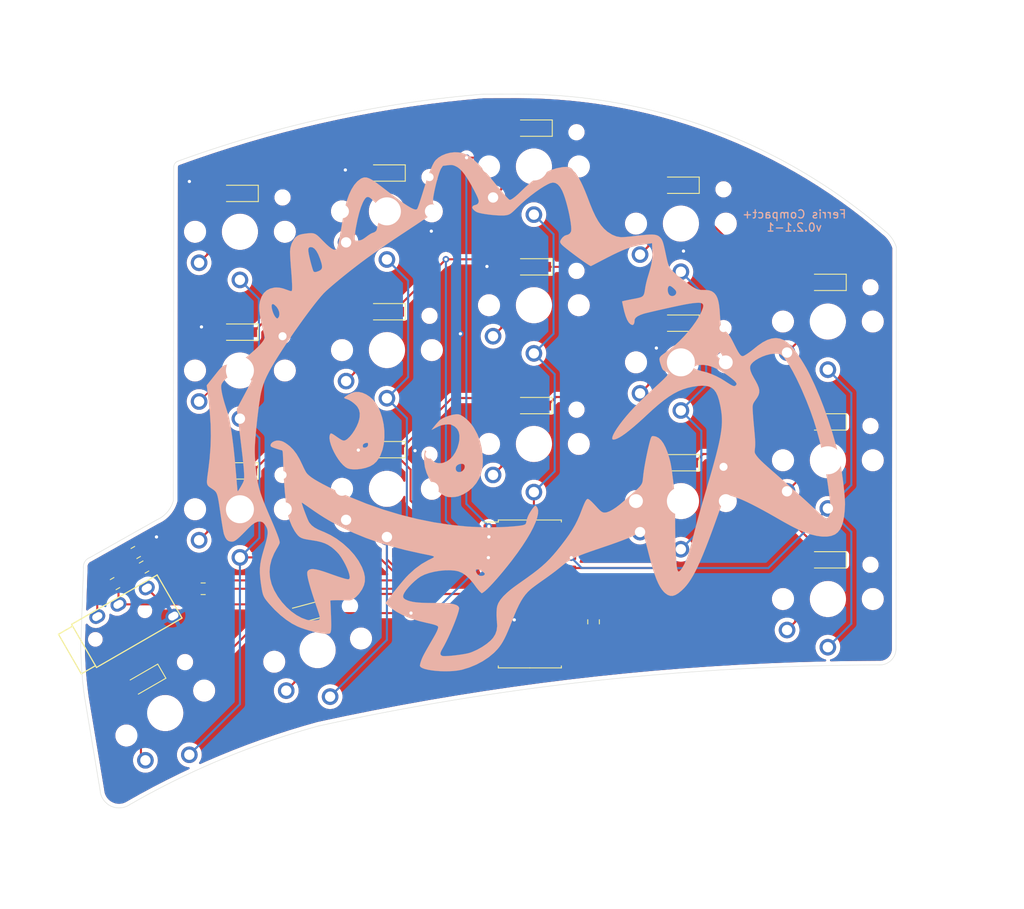
<source format=kicad_pcb>
(kicad_pcb (version 20211014) (generator pcbnew)
  (layers (0 "F.Cu" signal) (31 "B.Cu" signal) (34 "B.Paste" user) (35 "F.Paste" user) (36 "B.SilkS" user "B.Silkscreen") (37 "F.SilkS" user "F.Silkscreen") (38 "B.Mask" user) (39 "F.Mask" user) (44 "Edge.Cuts" user))
  (net 0 "")
  (net 1 "/col8")
  (net 2 "/col5")
  (net 3 "/col6")
  (net 4 "/col7")
  (net 5 "/col9")
  (net 6 "/row1,0")
  (net 7 "/row1,1")
  (net 8 "/row1,3")
  (net 9 "/row1,2")
  (net 10 "Net-(D0_5-Pad2)")
  (net 11 "Net-(D0_6-Pad2)")
  (net 12 "Net-(D0_7-Pad2)")
  (net 13 "Net-(D0_8-Pad2)")
  (net 14 "Net-(D0_9-Pad2)")
  (net 15 "Net-(D1_5-Pad2)")
  (net 16 "Net-(D1_6-Pad2)")
  (net 17 "Net-(D1_7-Pad2)")
  (net 18 "Net-(D1_8-Pad2)")
  (net 19 "Net-(D1_9-Pad2)")
  (net 20 "Net-(D2_5-Pad2)")
  (net 21 "Net-(D2_6-Pad2)")
  (net 22 "Net-(D2_7-Pad2)")
  (net 23 "Net-(D2_8-Pad2)")
  (net 24 "Net-(D2_9-Pad2)")
  (net 25 "Net-(D3_5-Pad2)")
  (net 26 "Net-(D3_6-Pad2)")
  (net 27 "GND")
  (net 28 "Net-(R6-Pad1)")
  (net 29 "VDD")
  (net 30 "i2c_sda_right")
  (net 31 "i2c_scl_right")
  (net 32 "Net-(U2-Pad28)")
  (net 33 "Net-(U2-Pad27)")
  (net 34 "Net-(U2-Pad26)")
  (net 35 "Net-(U2-Pad20)")
  (net 36 "Net-(U2-Pad19)")
  (net 37 "Net-(U2-Pad14)")
  (net 38 "Net-(U2-Pad11)")
  (net 39 "Net-(U2-Pad8)")
  (net 40 "Net-(U2-Pad7)")
  (net 41 "Net-(U2-Pad6)")
  (net 42 "Net-(U2-Pad5)")
  (footprint "Diode_SMD:D_SOD-123" (layer "F.Cu") (at 205.822 24.852999 180)
    (fp_text reference "D0_8" hide)
    (fp_text value "1N4148W" hide)
    (pad "1" smd rect locked (at -1.65 0 180) (size 0.9 1.2) (layers "F.Cu" "F.Paste" "F.Mask") (net 6 "/row1,0"))
    (pad "2" smd rect locked (at 1.65 0 180) (size 0.9 1.2) (layers "F.Cu" "F.Paste" "F.Mask") (net 13 "Net-(D0_8-Pad2)"))
  )
  (footprint "Diode_SMD:D_SOD-123" (layer "F.Cu") (at 187.822 17.852999 180)
    (fp_text reference "D0_7" hide)
    (fp_text value "1N4148W" hide)
    (pad "1" smd rect locked (at -1.65 0 180) (size 0.9 1.2) (layers "F.Cu" "F.Paste" "F.Mask") (net 6 "/row1,0"))
    (pad "2" smd rect locked (at 1.65 0 180) (size 0.9 1.2) (layers "F.Cu" "F.Paste" "F.Mask") (net 12 "Net-(D0_7-Pad2)"))
  )
  (footprint "Diode_SMD:D_SOD-123" (layer "F.Cu") (at 169.822 23.352999 180)
    (fp_text reference "D0_6" hide)
    (fp_text value "1N4148W" hide)
    (pad "1" smd rect locked (at -1.65 0 180) (size 0.9 1.2) (layers "F.Cu" "F.Paste" "F.Mask") (net 6 "/row1,0"))
    (pad "2" smd rect locked (at 1.65 0 180) (size 0.9 1.2) (layers "F.Cu" "F.Paste" "F.Mask") (net 11 "Net-(D0_6-Pad2)"))
  )
  (footprint "Diode_SMD:D_SOD-123" (layer "F.Cu") (at 223.822 36.752999 180)
    (fp_text reference "D0_9" hide)
    (fp_text value "1N4148W" hide)
    (pad "1" smd rect locked (at -1.65 0 180) (size 0.9 1.2) (layers "F.Cu" "F.Paste" "F.Mask") (net 6 "/row1,0"))
    (pad "2" smd rect locked (at 1.65 0 180) (size 0.9 1.2) (layers "F.Cu" "F.Paste" "F.Mask") (net 14 "Net-(D0_9-Pad2)"))
  )
  (footprint "Diode_SMD:D_SOD-123" (layer "F.Cu") (at 151.822 25.852999 180)
    (fp_text reference "D0_5" hide)
    (fp_text value "1N4148W" hide)
    (pad "1" smd rect locked (at -1.65 0 180) (size 0.9 1.2) (layers "F.Cu" "F.Paste" "F.Mask") (net 6 "/row1,0"))
    (pad "2" smd rect locked (at 1.65 0 180) (size 0.9 1.2) (layers "F.Cu" "F.Paste" "F.Mask") (net 10 "Net-(D0_5-Pad2)"))
  )
  (footprint "Diode_SMD:D_SOD-123" (layer "F.Cu") (at 151.822 42.852999 180)
    (fp_text reference "D1_5" hide)
    (fp_text value "1N4148W" hide)
    (pad "1" smd rect locked (at -1.65 0 180) (size 0.9 1.2) (layers "F.Cu" "F.Paste" "F.Mask") (net 7 "/row1,1"))
    (pad "2" smd rect locked (at 1.65 0 180) (size 0.9 1.2) (layers "F.Cu" "F.Paste" "F.Mask") (net 15 "Net-(D1_5-Pad2)"))
  )
  (footprint "Diode_SMD:D_SOD-123" (layer "F.Cu") (at 169.822 40.352999 180)
    (fp_text reference "D1_6" hide)
    (fp_text value "1N4148W" hide)
    (pad "1" smd rect locked (at -1.65 0 180) (size 0.9 1.2) (layers "F.Cu" "F.Paste" "F.Mask") (net 7 "/row1,1"))
    (pad "2" smd rect locked (at 1.65 0 180) (size 0.9 1.2) (layers "F.Cu" "F.Paste" "F.Mask") (net 16 "Net-(D1_6-Pad2)"))
  )
  (footprint "Diode_SMD:D_SOD-123" (layer "F.Cu") (at 187.822 34.852999 180)
    (fp_text reference "D1_7" hide)
    (fp_text value "1N4148W" hide)
    (pad "1" smd rect locked (at -1.65 0 180) (size 0.9 1.2) (layers "F.Cu" "F.Paste" "F.Mask") (net 7 "/row1,1"))
    (pad "2" smd rect locked (at 1.65 0 180) (size 0.9 1.2) (layers "F.Cu" "F.Paste" "F.Mask") (net 17 "Net-(D1_7-Pad2)"))
  )
  (footprint "Diode_SMD:D_SOD-123" (layer "F.Cu") (at 205.822 41.752999 180)
    (fp_text reference "D1_8" hide)
    (fp_text value "1N4148W" hide)
    (pad "1" smd rect locked (at -1.65 0 180) (size 0.9 1.2) (layers "F.Cu" "F.Paste" "F.Mask") (net 7 "/row1,1"))
    (pad "2" smd rect locked (at 1.65 0 180) (size 0.9 1.2) (layers "F.Cu" "F.Paste" "F.Mask") (net 18 "Net-(D1_8-Pad2)"))
  )
  (footprint "Diode_SMD:D_SOD-123" (layer "F.Cu") (at 223.822 53.852999 180)
    (fp_text reference "D1_9" hide)
    (fp_text value "1N4148W" hide)
    (pad "1" smd rect locked (at -1.65 0 180) (size 0.9 1.2) (layers "F.Cu" "F.Paste" "F.Mask") (net 7 "/row1,1"))
    (pad "2" smd rect locked (at 1.65 0 180) (size 0.9 1.2) (layers "F.Cu" "F.Paste" "F.Mask") (net 19 "Net-(D1_9-Pad2)"))
  )
  (footprint "Diode_SMD:D_SOD-123" (layer "F.Cu") (at 169.822 57.252999 180)
    (fp_text reference "D2_6" hide)
    (fp_text value "1N4148W" hide)
    (pad "1" smd rect locked (at -1.65 0 180) (size 0.9 1.2) (layers "F.Cu" "F.Paste" "F.Mask") (net 9 "/row1,2"))
    (pad "2" smd rect locked (at 1.65 0 180) (size 0.9 1.2) (layers "F.Cu" "F.Paste" "F.Mask") (net 21 "Net-(D2_6-Pad2)"))
  )
  (footprint "Diode_SMD:D_SOD-123" (layer "F.Cu") (at 223.822 70.752999 180)
    (fp_text reference "D2_9" hide)
    (fp_text value "1N4148W" hide)
    (pad "1" smd rect locked (at -1.65 0 180) (size 0.9 1.2) (layers "F.Cu" "F.Paste" "F.Mask") (net 9 "/row1,2"))
    (pad "2" smd rect locked (at 1.65 0 180) (size 0.9 1.2) (layers "F.Cu" "F.Paste" "F.Mask") (net 24 "Net-(D2_9-Pad2)"))
  )
  (footprint "Diode_SMD:D_SOD-123" (layer "F.Cu") (at 205.822 58.852999 180)
    (fp_text reference "D2_8" hide)
    (fp_text value "1N4148W" hide)
    (pad "1" smd rect locked (at -1.65 0 180) (size 0.9 1.2) (layers "F.Cu" "F.Paste" "F.Mask") (net 9 "/row1,2"))
    (pad "2" smd rect locked (at 1.65 0 180) (size 0.9 1.2) (layers "F.Cu" "F.Paste" "F.Mask") (net 23 "Net-(D2_8-Pad2)"))
  )
  (footprint "Diode_SMD:D_SOD-123" (layer "F.Cu") (at 151.822 59.852999 180)
    (fp_text reference "D2_5" hide)
    (fp_text value "1N4148W" hide)
    (pad "1" smd rect locked (at -1.65 0 180) (size 0.9 1.2) (layers "F.Cu" "F.Paste" "F.Mask") (net 9 "/row1,2"))
    (pad "2" smd rect locked (at 1.65 0 180) (size 0.9 1.2) (layers "F.Cu" "F.Paste" "F.Mask") (net 20 "Net-(D2_5-Pad2)"))
  )
  (footprint "Diode_SMD:D_SOD-123" (layer "F.Cu") (at 187.822 51.852999 180)
    (fp_text reference "D2_7" hide)
    (fp_text value "1N4148W" hide)
    (pad "1" smd rect locked (at -1.65 0 180) (size 0.9 1.2) (layers "F.Cu" "F.Paste" "F.Mask") (net 9 "/row1,2"))
    (pad "2" smd rect locked (at 1.65 0 180) (size 0.9 1.2) (layers "F.Cu" "F.Paste" "F.Mask") (net 22 "Net-(D2_7-Pad2)"))
  )
  (footprint "Diode_SMD:D_SOD-123" (layer "F.Cu") (at 140.308039 85.515084 -150)
    (fp_text reference "D3_5" hide)
    (fp_text value "1N4148W" hide)
    (pad "1" smd rect locked (at -1.65 0 210) (size 0.9 1.2) (layers "F.Cu" "F.Paste" "F.Mask") (net 8 "/row1,3"))
    (pad "2" smd rect locked (at 1.65 0 210) (size 0.9 1.2) (layers "F.Cu" "F.Paste" "F.Mask") (net 25 "Net-(D3_5-Pad2)"))
  )
  (footprint "Diode_SMD:D_SOD-123" (layer "F.Cu") (at 160.108039 77.215084 -165)
    (fp_text reference "D3_6" hide)
    (fp_text value "1N4148W" hide)
    (pad "1" smd rect locked (at -1.65 0 195) (size 0.9 1.2) (layers "F.Cu" "F.Paste" "F.Mask") (net 8 "/row1,3"))
    (pad "2" smd rect locked (at 1.65 0 195) (size 0.9 1.2) (layers "F.Cu" "F.Paste" "F.Mask") (net 26 "Net-(D3_6-Pad2)"))
  )
  (footprint "kbd:TRRS-PJ-320A" (layer "F.Cu") (at 132.732445 81.29625 120)
    (fp_text reference "Jack1" hide)
    (fp_text value "PJ-320A" hide)
    (pad "" np_thru_hole circle locked (at 0 8.6 120) (size 0.8 0.8) (drill 0.8) (layers *.Cu *.Mask))
    (pad "" np_thru_hole circle locked (at 0 1.6 120) (size 0.8 0.8) (drill 0.8) (layers *.Cu *.Mask))
    (pad "R1" thru_hole oval locked (at 2.3 6.2 120) (size 1.6 2) (drill oval 0.9 1.3) (layers *.Cu *.Mask) (net 30 "i2c_sda_right"))
    (pad "R2" thru_hole oval locked (at 2.3 3.2 120) (size 1.6 2) (drill oval 0.9 1.3) (layers *.Cu *.Mask) (net 29 "VDD"))
    (pad "S" thru_hole oval locked (at -2.3 11.3 120) (size 1.6 2) (drill oval 0.9 1.3) (layers *.Cu *.Mask) (net 27 "GND"))
    (pad "T" thru_hole oval locked (at 2.3 10.2 120) (size 1.6 2) (drill oval 0.9 1.3) (layers *.Cu *.Mask) (net 31 "i2c_scl_right"))
  )
  (footprint "switches:Choc_PG1350_Choc_Spacing" (layer "F.Cu") (at 223.822 41.552999)
    (fp_text reference "K0_9" hide)
    (fp_text value "KEYSW" hide)
    (pad "" np_thru_hole circle locked (at 5.5 0) (size 1.7018 1.7018) (drill 1.7018) (layers *.Cu *.Mask))
    (pad "" np_thru_hole circle locked (at -5.5 0) (size 1.7018 1.7018) (drill 1.7018) (layers *.Cu *.Mask))
    (pad "" np_thru_hole circle locked (at 0 0) (size 3.429 3.429) (drill 3.429) (layers *.Cu *.Mask))
    (pad "" np_thru_hole circle locked (at 5.22 -4.2) (size 0.9906 0.9906) (drill 0.9906) (layers *.Cu *.Mask))
    (pad "1" thru_hole circle locked (at 0 5.9) (size 2.032 2.032) (drill 1.27) (layers *.Cu *.Mask) (net 5 "/col9"))
    (pad "2" thru_hole circle locked (at -5 3.8) (size 2.032 2.032) (drill 1.27) (layers *.Cu *.Mask) (net 14 "Net-(D0_9-Pad2)"))
  )
  (footprint "switches:Choc_PG1350_Choc_Spacing" (layer "F.Cu") (at 205.822 29.552999)
    (fp_text reference "K0_8" hide)
    (fp_text value "KEYSW" hide)
    (pad "" np_thru_hole circle locked (at -5.5 0) (size 1.7018 1.7018) (drill 1.7018) (layers *.Cu *.Mask))
    (pad "" np_thru_hole circle locked (at 0 0) (size 3.429 3.429) (drill 3.429) (layers *.Cu *.Mask))
    (pad "" np_thru_hole circle locked (at 5.22 -4.2) (size 0.9906 0.9906) (drill 0.9906) (layers *.Cu *.Mask))
    (pad "" np_thru_hole circle locked (at 5.5 0) (size 1.7018 1.7018) (drill 1.7018) (layers *.Cu *.Mask))
    (pad "1" thru_hole circle locked (at 0 5.9) (size 2.032 2.032) (drill 1.27) (layers *.Cu *.Mask) (net 1 "/col8"))
    (pad "2" thru_hole circle locked (at -5 3.8) (size 2.032 2.032) (drill 1.27) (layers *.Cu *.Mask) (net 13 "Net-(D0_8-Pad2)"))
  )
  (footprint "switches:Choc_PG1350_Choc_Spacing" (layer "F.Cu") (at 151.822 30.552999)
    (fp_text reference "K0_5" hide)
    (fp_text value "KEYSW" hide)
    (pad "" np_thru_hole circle locked (at 0 0) (size 3.429 3.429) (drill 3.429) (layers *.Cu *.Mask))
    (pad "" np_thru_hole circle locked (at 5.5 0) (size 1.7018 1.7018) (drill 1.7018) (layers *.Cu *.Mask))
    (pad "" np_thru_hole circle locked (at -5.5 0) (size 1.7018 1.7018) (drill 1.7018) (layers *.Cu *.Mask))
    (pad "" np_thru_hole circle locked (at 5.22 -4.2) (size 0.9906 0.9906) (drill 0.9906) (layers *.Cu *.Mask))
    (pad "1" thru_hole circle locked (at 0 5.9) (size 2.032 2.032) (drill 1.27) (layers *.Cu *.Mask) (net 2 "/col5"))
    (pad "2" thru_hole circle locked (at -5 3.8) (size 2.032 2.032) (drill 1.27) (layers *.Cu *.Mask) (net 10 "Net-(D0_5-Pad2)"))
  )
  (footprint "switches:Choc_PG1350_Choc_Spacing" (layer "F.Cu") (at 169.822 28.052999)
    (fp_text reference "K0_6" hide)
    (fp_text value "KEYSW" hide)
    (pad "" np_thru_hole circle locked (at 5.5 0) (size 1.7018 1.7018) (drill 1.7018) (layers *.Cu *.Mask))
    (pad "" np_thru_hole circle locked (at 0 0) (size 3.429 3.429) (drill 3.429) (layers *.Cu *.Mask))
    (pad "" np_thru_hole circle locked (at 5.22 -4.2) (size 0.9906 0.9906) (drill 0.9906) (layers *.Cu *.Mask))
    (pad "" np_thru_hole circle locked (at -5.5 0) (size 1.7018 1.7018) (drill 1.7018) (layers *.Cu *.Mask))
    (pad "1" thru_hole circle locked (at 0 5.9) (size 2.032 2.032) (drill 1.27) (layers *.Cu *.Mask) (net 3 "/col6"))
    (pad "2" thru_hole circle locked (at -5 3.8) (size 2.032 2.032) (drill 1.27) (layers *.Cu *.Mask) (net 11 "Net-(D0_6-Pad2)"))
  )
  (footprint "switches:Choc_PG1350_Choc_Spacing" (layer "F.Cu") (at 187.822 22.552999)
    (fp_text reference "K0_7" hide)
    (fp_text value "KEYSW" hide)
    (pad "" np_thru_hole circle locked (at 5.5 0) (size 1.7018 1.7018) (drill 1.7018) (layers *.Cu *.Mask))
    (pad "" np_thru_hole circle locked (at 0 0) (size 3.429 3.429) (drill 3.429) (layers *.Cu *.Mask))
    (pad "" np_thru_hole circle locked (at -5.5 0) (size 1.7018 1.7018) (drill 1.7018) (layers *.Cu *.Mask))
    (pad "" np_thru_hole circle locked (at 5.22 -4.2) (size 0.9906 0.9906) (drill 0.9906) (layers *.Cu *.Mask))
    (pad "1" thru_hole circle locked (at 0 5.9) (size 2.032 2.032) (drill 1.27) (layers *.Cu *.Mask) (net 4 "/col7"))
    (pad "2" thru_hole circle locked (at -5 3.8) (size 2.032 2.032) (drill 1.27) (layers *.Cu *.Mask) (net 12 "Net-(D0_7-Pad2)"))
  )
  (footprint "switches:Choc_PG1350_Choc_Spacing" (layer "F.Cu") (at 223.822 58.552999)
    (fp_text reference "K1_9" hide)
    (fp_text value "KEYSW" hide)
    (pad "" np_thru_hole circle locked (at 5.5 0) (size 1.7018 1.7018) (drill 1.7018) (layers *.Cu *.Mask))
    (pad "" np_thru_hole circle locked (at 5.22 -4.2) (size 0.9906 0.9906) (drill 0.9906) (layers *.Cu *.Mask))
    (pad "" np_thru_hole circle locked (at 0 0) (size 3.429 3.429) (drill 3.429) (layers *.Cu *.Mask))
    (pad "" np_thru_hole circle locked (at -5.5 0) (size 1.7018 1.7018) (drill 1.7018) (layers *.Cu *.Mask))
    (pad "1" thru_hole circle locked (at 0 5.9) (size 2.032 2.032) (drill 1.27) (layers *.Cu *.Mask) (net 5 "/col9"))
    (pad "2" thru_hole circle locked (at -5 3.8) (size 2.032 2.032) (drill 1.27) (layers *.Cu *.Mask) (net 19 "Net-(D1_9-Pad2)"))
  )
  (footprint "switches:Choc_PG1350_Choc_Spacing" (layer "F.Cu") (at 205.822 46.552999)
    (fp_text reference "K1_8" hide)
    (fp_text value "KEYSW" hide)
    (pad "" np_thru_hole circle locked (at 5.22 -4.2) (size 0.9906 0.9906) (drill 0.9906) (layers *.Cu *.Mask))
    (pad "" np_thru_hole circle locked (at -5.5 0) (size 1.7018 1.7018) (drill 1.7018) (layers *.Cu *.Mask))
    (pad "" np_thru_hole circle locked (at 0 0) (size 3.429 3.429) (drill 3.429) (layers *.Cu *.Mask))
    (pad "" np_thru_hole circle locked (at 5.5 0) (size 1.7018 1.7018) (drill 1.7018) (layers *.Cu *.Mask))
    (pad "1" thru_hole circle locked (at 0 5.9) (size 2.032 2.032) (drill 1.27) (layers *.Cu *.Mask) (net 1 "/col8"))
    (pad "2" thru_hole circle locked (at -5 3.8) (size 2.032 2.032) (drill 1.27) (layers *.Cu *.Mask) (net 18 "Net-(D1_8-Pad2)"))
  )
  (footprint "switches:Choc_PG1350_Choc_Spacing" (layer "F.Cu") (at 187.822 39.552999)
    (fp_text reference "K1_7" hide)
    (fp_text value "KEYSW" hide)
    (pad "" np_thru_hole circle locked (at 5.5 0) (size 1.7018 1.7018) (drill 1.7018) (layers *.Cu *.Mask))
    (pad "" np_thru_hole circle locked (at 0 0) (size 3.429 3.429) (drill 3.429) (layers *.Cu *.Mask))
    (pad "" np_thru_hole circle locked (at 5.22 -4.2) (size 0.9906 0.9906) (drill 0.9906) (layers *.Cu *.Mask))
    (pad "" np_thru_hole circle locked (at -5.5 0) (size 1.7018 1.7018) (drill 1.7018) (layers *.Cu *.Mask))
    (pad "1" thru_hole circle locked (at 0 5.9) (size 2.032 2.032) (drill 1.27) (layers *.Cu *.Mask) (net 4 "/col7"))
    (pad "2" thru_hole circle locked (at -5 3.8) (size 2.032 2.032) (drill 1.27) (layers *.Cu *.Mask) (net 17 "Net-(D1_7-Pad2)"))
  )
  (footprint "switches:Choc_PG1350_Choc_Spacing" (layer "F.Cu") (at 169.822 45.052999)
    (fp_text reference "K1_6" hide)
    (fp_text value "KEYSW" hide)
    (pad "" np_thru_hole circle locked (at 0 0) (size 3.429 3.429) (drill 3.429) (layers *.Cu *.Mask))
    (pad "" np_thru_hole circle locked (at 5.5 0) (size 1.7018 1.7018) (drill 1.7018) (layers *.Cu *.Mask))
    (pad "" np_thru_hole circle locked (at 5.22 -4.2) (size 0.9906 0.9906) (drill 0.9906) (layers *.Cu *.Mask))
    (pad "" np_thru_hole circle locked (at -5.5 0) (size 1.7018 1.7018) (drill 1.7018) (layers *.Cu *.Mask))
    (pad "1" thru_hole circle locked (at 0 5.9) (size 2.032 2.032) (drill 1.27) (layers *.Cu *.Mask) (net 3 "/col6"))
    (pad "2" thru_hole circle locked (at -5 3.8) (size 2.032 2.032) (drill 1.27) (layers *.Cu *.Mask) (net 16 "Net-(D1_6-Pad2)"))
  )
  (footprint "switches:Choc_PG1350_Choc_Spacing" (layer "F.Cu") (at 151.822 47.552999)
    (fp_text reference "K1_5" hide)
    (fp_text value "KEYSW" hide)
    (pad "" np_thru_hole circle locked (at 5.22 -4.2) (size 0.9906 0.9906) (drill 0.9906) (layers *.Cu *.Mask))
    (pad "" np_thru_hole circle locked (at -5.5 0) (size 1.7018 1.7018) (drill 1.7018) (layers *.Cu *.Mask))
    (pad "" np_thru_hole circle locked (at 0 0) (size 3.429 3.429) (drill 3.429) (layers *.Cu *.Mask))
    (pad "" np_thru_hole circle locked (at 5.5 0) (size 1.7018 1.7018) (drill 1.7018) (layers *.Cu *.Mask))
    (pad "1" thru_hole circle locked (at 0 5.9) (size 2.032 2.032) (drill 1.27) (layers *.Cu *.Mask) (net 2 "/col5"))
    (pad "2" thru_hole circle locked (at -5 3.8) (size 2.032 2.032) (drill 1.27) (layers *.Cu *.Mask) (net 15 "Net-(D1_5-Pad2)"))
  )
  (footprint "switches:Choc_PG1350_Choc_Spacing" (layer "F.Cu") (at 151.822 64.552999)
    (fp_text reference "K2_5" hide)
    (fp_text value "KEYSW" hide)
    (pad "" np_thru_hole circle locked (at 5.22 -4.2) (size 0.9906 0.9906) (drill 0.9906) (layers *.Cu *.Mask))
    (pad "" np_thru_hole circle locked (at -5.5 0) (size 1.7018 1.7018) (drill 1.7018) (layers *.Cu *.Mask))
    (pad "" np_thru_hole circle locked (at 0 0) (size 3.429 3.429) (drill 3.429) (layers *.Cu *.Mask))
    (pad "" np_thru_hole circle locked (at 5.5 0) (size 1.7018 1.7018) (drill 1.7018) (layers *.Cu *.Mask))
    (pad "1" thru_hole circle locked (at 0 5.9) (size 2.032 2.032) (drill 1.27) (layers *.Cu *.Mask) (net 2 "/col5"))
    (pad "2" thru_hole circle locked (at -5 3.8) (size 2.032 2.032) (drill 1.27) (layers *.Cu *.Mask) (net 20 "Net-(D2_5-Pad2)"))
  )
  (footprint "switches:Choc_PG1350_Choc_Spacing" (layer "F.Cu") (at 169.822 62.052999)
    (fp_text reference "K2_6" hide)
    (fp_text value "KEYSW" hide)
    (pad "" np_thru_hole circle locked (at -5.5 0) (size 1.7018 1.7018) (drill 1.7018) (layers *.Cu *.Mask))
    (pad "" np_thru_hole circle locked (at 5.22 -4.2) (size 0.9906 0.9906) (drill 0.9906) (layers *.Cu *.Mask))
    (pad "" np_thru_hole circle locked (at 5.5 0) (size 1.7018 1.7018) (drill 1.7018) (layers *.Cu *.Mask))
    (pad "" np_thru_hole circle locked (at 0 0) (size 3.429 3.429) (drill 3.429) (layers *.Cu *.Mask))
    (pad "1" thru_hole circle locked (at 0 5.9) (size 2.032 2.032) (drill 1.27) (layers *.Cu *.Mask) (net 3 "/col6"))
    (pad "2" thru_hole circle locked (at -5 3.8) (size 2.032 2.032) (drill 1.27) (layers *.Cu *.Mask) (net 21 "Net-(D2_6-Pad2)"))
  )
  (footprint "switches:Choc_PG1350_Choc_Spacing" (layer "F.Cu") (at 187.822 56.552999)
    (fp_text reference "K2_7" hide)
    (fp_text value "KEYSW" hide)
    (pad "" np_thru_hole circle locked (at -5.5 0) (size 1.7018 1.7018) (drill 1.7018) (layers *.Cu *.Mask))
    (pad "" np_thru_hole circle locked (at 0 0) (size 3.429 3.429) (drill 3.429) (layers *.Cu *.Mask))
    (pad "" np_thru_hole circle locked (at 5.5 0) (size 1.7018 1.7018) (drill 1.7018) (layers *.Cu *.Mask))
    (pad "" np_thru_hole circle locked (at 5.22 -4.2) (size 0.9906 0.9906) (drill 0.9906) (layers *.Cu *.Mask))
    (pad "1" thru_hole circle locked (at 0 5.9) (size 2.032 2.032) (drill 1.27) (layers *.Cu *.Mask) (net 4 "/col7"))
    (pad "2" thru_hole circle locked (at -5 3.8) (size 2.032 2.032) (drill 1.27) (layers *.Cu *.Mask) (net 22 "Net-(D2_7-Pad2)"))
  )
  (footprint "switches:Choc_PG1350_Choc_Spacing" (layer "F.Cu") (at 205.822 63.552999)
    (fp_text reference "K2_8" hide)
    (fp_text value "KEYSW" hide)
    (pad "" np_thru_hole circle locked (at 5.22 -4.2) (size 0.9906 0.9906) (drill 0.9906) (layers *.Cu *.Mask))
    (pad "" np_thru_hole circle locked (at -5.5 0) (size 1.7018 1.7018) (drill 1.7018) (layers *.Cu *.Mask))
    (pad "" np_thru_hole circle locked (at 0 0) (size 3.429 3.429) (drill 3.429) (layers *.Cu *.Mask))
    (pad "" np_thru_hole circle locked (at 5.5 0) (size 1.7018 1.7018) (drill 1.7018) (layers *.Cu *.Mask))
    (pad "1" thru_hole circle locked (at 0 5.9) (size 2.032 2.032) (drill 1.27) (layers *.Cu *.Mask) (net 1 "/col8"))
    (pad "2" thru_hole circle locked (at -5 3.8) (size 2.032 2.032) (drill 1.27) (layers *.Cu *.Mask) (net 23 "Net-(D2_8-Pad2)"))
  )
  (footprint "switches:Choc_PG1350_Choc_Spacing" (layer "F.Cu") (at 223.822 75.552999)
    (fp_text reference "K2_9" hide)
    (fp_text value "KEYSW" hide)
    (pad "" np_thru_hole circle locked (at -5.5 0) (size 1.7018 1.7018) (drill 1.7018) (layers *.Cu *.Mask))
    (pad "" np_thru_hole circle locked (at 5.22 -4.2) (size 0.9906 0.9906) (drill 0.9906) (layers *.Cu *.Mask))
    (pad "" np_thru_hole circle locked (at 0 0) (size 3.429 3.429) (drill 3.429) (layers *.Cu *.Mask))
    (pad "" np_thru_hole circle locked (at 5.5 0) (size 1.7018 1.7018) (drill 1.7018) (layers *.Cu *.Mask))
    (pad "1" thru_hole circle locked (at 0 5.9) (size 2.032 2.032) (drill 1.27) (layers *.Cu *.Mask) (net 5 "/col9"))
    (pad "2" thru_hole circle locked (at -5 3.8) (size 2.032 2.032) (drill 1.27) (layers *.Cu *.Mask) (net 24 "Net-(D2_9-Pad2)"))
  )
  (footprint "switches:Choc_PG1350_Choc_Spacing" (layer "F.Cu") (at 161.338039 81.815084 15)
    (fp_text reference "K3_6" hide)
    (fp_text value "KEYSW" hide)
    (pad "" np_thru_hole circle locked (at 0 0 15) (size 3.429 3.429) (drill 3.429) (layers *.Cu *.Mask))
    (pad "" np_thru_hole circle locked (at -5.5 0 15) (size 1.7018 1.7018) (drill 1.7018) (layers *.Cu *.Mask))
    (pad "" np_thru_hole circle locked (at 5.5 0 15) (size 1.7018 1.7018) (drill 1.7018) (layers *.Cu *.Mask))
    (pad "" np_thru_hole circle locked (at 5.22 -4.2 15) (size 0.9906 0.9906) (drill 0.9906) (layers *.Cu *.Mask))
    (pad "1" thru_hole circle locked (at 0 5.9 15) (size 2.032 2.032) (drill 1.27) (layers *.Cu *.Mask) (net 3 "/col6"))
    (pad "2" thru_hole circle locked (at -5 3.8 15) (size 2.032 2.032) (drill 1.27) (layers *.Cu *.Mask) (net 26 "Net-(D3_6-Pad2)"))
  )
  (footprint "switches:Choc_PG1350_Choc_Spacing" (layer "F.Cu") (at 142.678039 89.525084 30)
    (fp_text reference "K3_5" hide)
    (fp_text value "KEYSW" hide)
    (pad "" np_thru_hole circle locked (at 5.22 -4.2 30) (size 0.9906 0.9906) (drill 0.9906) (layers *.Cu *.Mask))
    (pad "" np_thru_hole circle locked (at -5.5 0 30) (size 1.7018 1.7018) (drill 1.7018) (layers *.Cu *.Mask))
    (pad "" np_thru_hole circle locked (at 0 0 30) (size 3.429 3.429) (drill 3.429) (layers *.Cu *.Mask))
    (pad "" np_thru_hole circle locked (at 5.5 0 30) (size 1.7018 1.7018) (drill 1.7018) (layers *.Cu *.Mask))
    (pad "1" thru_hole circle locked (at 0 5.9 30) (size 2.032 2.032) (drill 1.27) (layers *.Cu *.Mask) (net 2 "/col5"))
    (pad "2" thru_hole circle locked (at -5 3.8 30) (size 2.032 2.032) (drill 1.27) (layers *.Cu *.Mask) (net 25 "Net-(D3_5-Pad2)"))
  )
  (footprint "Resistor_SMD:R_0805_2012Metric_Pad1.15x1.40mm_HandSolder" (layer "F.Cu") (at 147.32 74.295)
    (fp_text reference "R7" hide)
    (fp_text value "4.7kΩ" hide)
    (pad "1" smd roundrect locked (at -1.025 0) (size 1.15 1.4) (layers "F.Cu" "F.Paste" "F.Mask") (roundrect_rratio 0.2173913043) (net 29 "VDD"))
    (pad "2" smd roundrect locked (at 1.025 0) (size 1.15 1.4) (layers "F.Cu" "F.Paste" "F.Mask") (roundrect_rratio 0.2173913043) (net 31 "i2c_scl_right"))
  )
  (footprint "Capacitor_SMD:C_0805_2012Metric_Pad1.15x1.40mm_HandSolder" (layer "F.Cu") (at 139.065 69.85 -150)
    (fp_text reference "C13" hide)
    (fp_text value "0.1uF" hide)
    (pad "1" smd roundrect locked (at -1.025 0 210) (size 1.15 1.4) (layers "F.Cu" "F.Paste" "F.Mask") (roundrect_rratio 0.2173913043) (net 27 "GND"))
    (pad "2" smd roundrect locked (at 1.025 0 210) (size 1.15 1.4) (layers "F.Cu" "F.Paste" "F.Mask") (roundrect_rratio 0.2173913043) (net 29 "VDD"))
  )
  (footprint "Capacitor_SMD:C_0805_2012Metric_Pad1.15x1.40mm_HandSolder" (layer "F.Cu") (at 140.082324 71.6325 -150)
    (fp_text reference "C12" hide)
    (fp_text value "0.1uF" hide)
    (pad "1" smd roundrect locked (at -1.025 0 210) (size 1.15 1.4) (layers "F.Cu" "F.Paste" "F.Mask") (roundrect_rratio 0.2173913043) (net 27 "GND"))
    (pad "2" smd roundrect locked (at 1.025 0 210) (size 1.15 1.4) (layers "F.Cu" "F.Paste" "F.Mask") (roundrect_rratio 0.2173913043) (net 29 "VDD"))
  )
  (footprint "Package_SO:SOIC-28W_7.5x17.9mm_P1.27mm" (layer "F.Cu") (at 187.325 74.93)
    (fp_text reference "U2" hide)
    (fp_text value "MCP23017-E/SO" hide)
    (pad "1" smd roundrect locked (at -4.65 -8.255) (size 2.05 0.6) (layers "F.Cu" "F.Paste" "F.Mask") (net 6 "/row1,0"))
    (pad "2" smd roundrect locked (at -4.65 -6.985) (size 2.05 0.6) (layers "F.Cu" "F.Paste" "F.Mask") (net 7 "/row1,1"))
    (pad "3" smd roundrect locked (at -4.65 -5.715) (size 2.05 0.6) (layers "F.Cu" "F.Paste" "F.Mask") (net 9 "/row1,2"))
    (pad "4" smd roundrect locked (at -4.65 -4.445) (size 2.05 0.6) (layers "F.Cu" "F.Paste" "F.Mask") (net 8 "/row1,3"))
    (pad "5" smd roundrect locked (at -4.65 -3.175) (size 2.05 0.6) (layers "F.Cu" "F.Paste" "F.Mask") (net 42 "Net-(U2-Pad5)"))
    (pad "6" smd roundrect locked (at -4.65 -1.905) (size 2.05 0.6) (layers "F.Cu" "F.Paste" "F.Mask") (net 41 "Net-(U2-Pad6)"))
    (pad "7" smd roundrect locked (at -4.65 -0.635) (size 2.05 0.6) (layers "F.Cu" "F.Paste" "F.Mask") (net 40 "Net-(U2-Pad7)"))
    (pad "8" smd roundrect locked (at -4.65 0.635) (size 2.05 0.6) (layers "F.Cu" "F.Paste" "F.Mask") (net 39 "Net-(U2-Pad8)"))
    (pad "9" smd roundrect locked (at -4.65 1.905) (size 2.05 0.6) (layers "F.Cu" "F.Paste" "F.Mask") (net 29 "VDD"))
    (pad "10" smd roundrect locked (at -4.65 3.175) (size 2.05 0.6) (layers "F.Cu" "F.Paste" "F.Mask") (net 27 "GND"))
    (pad "11" smd roundrect locked (at -4.65 4.445) (size 2.05 0.6) (layers "F.Cu" "F.Paste" "F.Mask") (net 38 "Net-(U2-Pad11)"))
    (pad "12" smd roundrect locked (at -4.65 5.715) (size 2.05 0.6) (layers "F.Cu" "F.Paste" "F.Mask") (net 31 "i2c_scl_right"))
    (pad "13" smd roundrect locked (at -4.65 6.985) (size 2.05 0.6) (layers "F.Cu" "F.Paste" "F.Mask") (net 30 "i2c_sda_right"))
    (pad "14" smd roundrect locked (at -4.65 8.255) (size 2.05 0.6) (layers "F.Cu" "F.Paste" "F.Mask") (net 37 "Net-(U2-Pad14)"))
    (pad "15" smd roundrect locked (at 4.65 8.255) (size 2.05 0.6) (layers "F.Cu" "F.Paste" "F.Mask") (net 27 "GND"))
    (pad "16" smd roundrect locked (at 4.65 6.985) (size 2.05 0.6) (layers "F.Cu" "F.Paste" "F.Mask") (net 27 "GND"))
    (pad "17" smd roundrect locked (at 4.65 5.715) (size 2.05 0.6) (layers "F.Cu" "F.Paste" "F.Mask") (net 27 "GND"))
    (pad "18" smd roundrect locked (at 4.65 4.445) (size 2.05 0.6) (layers "F.Cu" "F.Paste" "F.Mask") (net 28 "Net-(R6-Pad1)"))
    (pad "19" smd roundrect locked (at 4.65 3.175) (size 2.05 0.6) (layers "F.Cu" "F.Paste" "F.Mask") (net 36 "Net-(U2-Pad19)"))
    (pad "20" smd roundrect locked (at 4.65 1.905) (size 2.05 0.6) (layers "F.Cu" "F.Paste" "F.Mask") (net 35 "Net-(U2-Pad20)"))
    (pad "21" smd roundrect locked (at 4.65 0.635) (size 2.05 0.6) (layers "F.Cu" "F.Paste" "F.Mask") (net 2 "/col5"))
    (pad "22" smd roundrect locked (at 4.65 -0.635) (size 2.05 0.6) (layers "F.Cu" "F.Paste" "F.Mask") (net 3 "/col6"))
    (pad "23" smd roundrect locked (at 4.65 -1.905) (size 2.05 0.6) (layers "F.Cu" "F.Paste" "F.Mask") (net 4 "/col7"))
    (pad "24" smd roundrect locked (at 4.65 -3.175) (size 2.05 0.6) (layers "F.Cu" "F.Paste" "F.Mask") (net 1 "/col8"))
    (pad "25" smd roundrect locked (at 4.65 -4.445) (size 2.05 0.6) (layers "F.Cu" "F.Paste" "F.Mask") (net 5 "/col9"))
    (pad "26" smd roundrect locked (at 4.65 -5.715) (size 2.05 0.6) (layers "F.Cu" "F.Paste" "F.Mask") (net 34 "Net-(U2-Pad26)"))
    (pad "27" smd roundrect locked (at 4.65 -6.985) (size 2.05 0.6) (layers "F.Cu" "F.Paste" "F.Mask") (net 33 "Net-(U2-Pad27)"))
    (pad "28" smd roundrect locked (at 4.65 -8.255) (size 2.05 0.6) (layers "F.Cu" "F.Paste" "F.Mask") (net 32 "Net-(U2-Pad28)"))
  )
  (footprint "Resistor_SMD:R_0805_2012Metric_Pad1.15x1.40mm_HandSolder" (layer "F.Cu") (at 195.128126 78.345888 90)
    (fp_text reference "R6" hide)
    (fp_text value "10kΩ" hide)
    (pad "1" smd roundrect locked (at -1.025 0 90) (size 1.15 1.4) (layers "F.Cu" "F.Paste" "F.Mask") (roundrect_rratio 0.2173913043) (net 28 "Net-(R6-Pad1)"))
    (pad "2" smd roundrect locked (at 1.025 0 90) (size 1.15 1.4) (layers "F.Cu" "F.Paste" "F.Mask") (roundrect_rratio 0.2173913043) (net 29 "VDD"))
  )
  (footprint "Resistor_SMD:R_0805_2012Metric_Pad1.15x1.40mm_HandSolder" (layer "F.Cu") (at 136.525 73.66 30)
    (fp_text reference "R8" hide)
    (fp_text value "4.7kΩ" hide)
    (pad "1" smd roundrect locked (at -1.025 0 30) (size 1.15 1.4) (layers "F.Cu" "F.Paste" "F.Mask") (roundrect_rratio 0.2173913043) (net 29 "VDD"))
    (pad "2" smd roundrect locked (at 1.025 0 30) (size 1.15 1.4) (layers "F.Cu" "F.Paste" "F.Mask") (roundrect_rratio 0.2173913043) (net 30 "i2c_sda_right"))
  )
  (footprint "silkscreens:safe_rust" (layer "B.Cu") (at 183.742 47.552999 -173)
    (fp_text reference "G***" hide)
    (fp_text value "LOGO" hide)
  )
  (gr_line (start 181.613363 13.689373) (end 185.813611 13.681138) (layer "Edge.Cuts") (width 0.05))
  (gr_arc (start 144.156755 21.931888) (mid 162.609442 16.558141) (end 181.613363 13.689373) (layer "Edge.Cuts") (width 0.05))
  (gr_arc (start 230.787 30.437999) (mid 231.657071 31.333881) (end 232.213945 32.451701) (layer "Edge.Cuts") (width 0.05))
  (gr_arc (start 185.813611 13.681138) (mid 209.810476 18.006454) (end 230.787 30.437999) (layer "Edge.Cuts") (width 0.05))
  (gr_arc (start 161.451335 91.11057) (mid 195.581742 85.535397) (end 230.112 83.630535) (layer "Edge.Cuts") (width 0.05))
  (gr_arc (start 232.171981 81.70021) (mid 231.540359 83.090499) (end 230.112 83.630535) (layer "Edge.Cuts") (width 0.05))
  (gr_line (start 232.213945 32.451701) (end 232.171981 81.70021) (layer "Edge.Cuts") (width 0.05))
  (gr_line (start 134.697 98.977999) (end 132.792 87.547999) (layer "Edge.Cuts") (width 0.05))
  (gr_arc (start 138.279 100.776734) (mid 135.973698 100.901547) (end 134.697 98.977999) (layer "Edge.Cuts") (width 0.05))
  (gr_line (start 133.416999 70.485) (end 141.636999 65.85305) (layer "Edge.Cuts") (width 0.05))
  (gr_arc (start 138.279 100.776734) (mid 149.555554 95.201426) (end 161.451335 91.11057) (layer "Edge.Cuts") (width 0.05))
  (gr_arc (start 143.722 22.612418) (mid 143.839986 22.208666) (end 144.156755 21.931888) (layer "Edge.Cuts") (width 0.05))
  (gr_arc (start 132.792 87.547999) (mid 132.461551 84.404718) (end 132.334913 81.246652) (layer "Edge.Cuts") (width 0.05))
  (gr_line (start 143.722 22.612418) (end 143.672 63.5) (layer "Edge.Cuts") (width 0.05))
  (gr_arc (start 143.672 63.5) (mid 142.91824 64.908544) (end 141.636999 65.85305) (layer "Edge.Cuts") (width 0.05))
  (gr_line (start 132.334913 81.246652) (end 132.666999 71.755) (layer "Edge.Cuts") (width 0.05))
  (gr_arc (start 132.666999 71.755) (mid 132.821833 70.98998) (end 133.416999 70.485) (layer "Edge.Cuts") (width 0.05))
  (gr_text "Ferris Compact+\nv0.2.1-1" (at 219.71 29.21) (layer "B.SilkS") (effects (font (size 1 1)) (justify mirror)))
  (segment (start 191.975 71.755) (end 203.519999 71.755) (width 0.25) (layer "F.Cu") (net 1))
  (segment (start 203.519999 71.755) (end 205.822 69.452999) (width 0.25) (layer "F.Cu") (net 1))
  (segment (start 208.915 38.545999) (end 205.822 35.452999) (width 0.254) (layer "B.Cu") (net 1))
  (segment (start 205.822 52.452999) (end 208.324643 54.955642) (width 0.254) (layer "B.Cu") (net 1))
  (segment (start 208.915 49.359999) (end 208.915 38.545999) (width 0.254) (layer "B.Cu") (net 1))
  (segment (start 205.822 52.452999) (end 208.915 49.359999) (width 0.254) (layer "B.Cu") (net 1))
  (segment (start 208.324643 54.955642) (end 208.324643 66.950356) (width 0.254) (layer "B.Cu") (net 1))
  (segment (start 208.324643 66.950356) (end 205.822 69.452999) (width 0.254) (layer "B.Cu") (net 1))
  (segment (start 190.5 75.565) (end 191.975 75.565) (width 0.254) (layer "F.Cu") (net 2))
  (segment (start 174.62262 76.192) (end 189.857 76.192) (width 0.254) (layer "F.Cu") (net 2))
  (segment (start 168.883619 70.452999) (end 174.62262 76.192) (width 0.254) (layer "F.Cu") (net 2))
  (segment (start 151.822 70.452999) (end 168.883619 70.452999) (width 0.254) (layer "F.Cu") (net 2))
  (segment (start 189.865 76.2) (end 190.5 75.565) (width 0.254) (layer "F.Cu") (net 2))
  (segment (start 189.857 76.192) (end 189.865 76.2) (width 0.254) (layer "F.Cu") (net 2))
  (segment (start 151.822 70.452999) (end 151.822 88.440673) (width 0.254) (layer "B.Cu") (net 2))
  (segment (start 151.822 70.452999) (end 154.19962 68.075379) (width 0.254) (layer "B.Cu") (net 2))
  (segment (start 154.19962 68.075379) (end 154.19962 55.830619) (width 0.254) (layer "B.Cu") (net 2))
  (segment (start 151.822 88.440673) (end 145.628039 94.634634) (width 0.254) (layer "B.Cu") (net 2))
  (segment (start 154.19962 55.830619) (end 151.822 53.452999) (width 0.254) (layer "B.Cu") (net 2))
  (segment (start 151.822 53.452999) (end 154.14524 51.129759) (width 0.254) (layer "B.Cu") (net 2))
  (segment (start 154.14524 51.129759) (end 154.14524 38.776239) (width 0.254) (layer "B.Cu") (net 2))
  (segment (start 154.14524 38.776239) (end 151.822 36.452999) (width 0.254) (layer "B.Cu") (net 2))
  (segment (start 189.865 74.295) (end 189.23 74.93) (width 0.25) (layer "F.Cu") (net 3))
  (segment (start 191.975 74.295) (end 189.865 74.295) (width 0.25) (layer "F.Cu") (net 3))
  (segment (start 174.06981 74.93) (end 169.822 70.68219) (width 0.25) (layer "F.Cu") (net 3))
  (segment (start 189.23 74.93) (end 174.06981 74.93) (width 0.25) (layer "F.Cu") (net 3))
  (segment (start 169.822 70.68219) (end 169.822 67.952999) (width 0.25) (layer "F.Cu") (net 3))
  (segment (start 169.822 50.952999) (end 172.420908 48.354091) (width 0.254) (layer "B.Cu") (net 3))
  (segment (start 172.420908 36.551907) (end 169.822 33.952999) (width 0.254) (layer "B.Cu") (net 3))
  (segment (start 172.26666 53.397659) (end 169.822 50.952999) (width 0.254) (layer "B.Cu") (net 3))
  (segment (start 169.822 67.952999) (end 169.822 80.557117) (width 0.254) (layer "B.Cu") (net 3))
  (segment (start 172.420908 48.354091) (end 172.420908 36.551907) (width 0.254) (layer "B.Cu") (net 3))
  (segment (start 169.822 67.952999) (end 172.26666 65.508339) (width 0.254) (layer "B.Cu") (net 3))
  (segment (start 169.822 80.557117) (end 162.865071 87.514046) (width 0.254) (layer "B.Cu") (net 3))
  (segment (start 172.26666 65.508339) (end 172.26666 53.397659) (width 0.254) (layer "B.Cu") (net 3))
  (segment (start 191.975 73.025) (end 189.865 73.025) (width 0.25) (layer "F.Cu") (net 4))
  (segment (start 187.822 70.982) (end 187.822 62.452999) (width 0.25) (layer "F.Cu") (net 4))
  (segment (start 189.865 73.025) (end 187.822 70.982) (width 0.25) (layer "F.Cu") (net 4))
  (segment (start 190.230089 30.861088) (end 187.822 28.452999) (width 0.254) (layer "B.Cu") (net 4))
  (segment (start 187.822 45.452999) (end 190.230089 43.04491) (width 0.254) (layer "B.Cu") (net 4))
  (segment (start 190.367825 59.907174) (end 190.367825 47.998824) (width 0.254) (layer "B.Cu") (net 4))
  (segment (start 190.230089 43.04491) (end 190.230089 30.861088) (width 0.254) (layer "B.Cu") (net 4))
  (segment (start 190.367825 47.998824) (end 187.822 45.452999) (width 0.254) (layer "B.Cu") (net 4))
  (segment (start 187.822 62.452999) (end 190.367825 59.907174) (width 0.254) (layer "B.Cu") (net 4))
  (via (at 192.405 70.485) (size 0.8) (drill 0.4) (layers "F.Cu" "B.Cu") (net 5))
  (segment (start 193.675 71.755) (end 216.535 71.755) (width 0.25) (layer "B.Cu") (net 5))
  (segment (start 226.695 50.325999) (end 223.822 47.452999) (width 0.254) (layer "B.Cu") (net 5))
  (segment (start 223.822 64.468) (end 223.822 64.452999) (width 0.25) (layer "B.Cu") (net 5))
  (segment (start 223.822 64.452999) (end 226.695 67.325999) (width 0.254) (layer "B.Cu") (net 5))
  (segment (start 226.695 67.325999) (end 226.695 78.579998) (width 0.254) (layer "B.Cu") (net 5))
  (segment (start 226.695 61.579999) (end 226.695 50.325999) (width 0.254) (layer "B.Cu") (net 5))
  (segment (start 216.535 71.755) (end 223.822 64.468) (width 0.25) (layer "B.Cu") (net 5))
  (segment (start 192.405 70.485) (end 193.675 71.755) (width 0.25) (layer "B.Cu") (net 5))
  (segment (start 223.822 81.452999) (end 226.695 78.579998) (width 0.25) (layer "B.Cu") (net 5))
  (segment (start 223.822 64.452999) (end 226.695 61.579999) (width 0.254) (layer "B.Cu") (net 5))
  (segment (start 189.472 17.852999) (end 190.752012 17.852999) (width 0.2) (layer "F.Cu") (net 6))
  (segment (start 154.092009 25.23299) (end 164.653407 25.23299) (width 0.254) (layer "F.Cu") (net 6))
  (segment (start 180.810006 21.474993) (end 185.357001 16.927998) (width 0.25) (layer "F.Cu") (net 6))
  (segment (start 179.576985 21.474993) (end 179.574991 21.472999) (width 0.25) (layer "F.Cu") (net 6))
  (segment (start 167.460399 22.425998) (end 170.544999 22.425998) (width 0.254) (layer "F.Cu") (net 6))
  (segment (start 207.861501 25.2425) (end 207.861501 27.832834) (width 0.25) (layer "F.Cu") (net 6))
  (segment (start 196.852011 23.952998) (end 206.571999 23.952998) (width 0.2) (layer "F.Cu") (net 6))
  (segment (start 170.544999 22.425998) (end 171.472 23.352999) (width 0.254) (layer "F.Cu") (net 6))
  (segment (start 179.574991 21.472999) (end 173.352 21.472999) (width 0.25) (layer "F.Cu") (net 6))
  (segment (start 207.472 24.852999) (end 207.861501 25.2425) (width 0.25) (layer "F.Cu") (net 6))
  (segment (start 206.571999 23.952998) (end 207.472 24.852999) (width 0.2) (layer "F.Cu") (net 6))
  (segment (start 188.546999 16.927998) (end 189.472 17.852999) (width 0.25) (layer "F.Cu") (net 6))
  (segment (start 173.352 21.472999) (end 171.472 23.352999) (width 0.25) (layer "F.Cu") (net 6))
  (segment (start 185.357001 16.927998) (end 188.546999 16.927998) (width 0.25) (layer "F.Cu") (net 6))
  (segment (start 223.862 35.142999) (end 225.472 36.752999) (width 0.25) (layer "F.Cu") (net 6))
  (segment (start 215.171666 35.142999) (end 223.862 35.142999) (width 0.25) (layer "F.Cu") (net 6))
  (segment (start 207.861501 27.832834) (end 215.171666 35.142999) (width 0.25) (layer "F.Cu") (net 6))
  (segment (start 190.752012 17.852999) (end 196.852011 23.952998) (width 0.2) (layer "F.Cu") (net 6))
  (segment (start 179.576985 21.474993) (end 180.810006 21.474993) (width 0.25) (layer "F.Cu") (net 6))
  (segment (start 164.653407 25.23299) (end 167.460399 22.425998) (width 0.254) (layer "F.Cu") (net 6))
  (segment (start 153.472 25.852999) (end 154.092009 25.23299) (width 0.254) (layer "F.Cu") (net 6))
  (via (at 182.307682 66.653107) (size 0.8) (drill 0.4) (layers "F.Cu" "B.Cu") (net 6))
  (via (at 179.576985 21.474993) (size 0.8) (drill 0.4) (layers "F.Cu" "B.Cu") (net 6))
  (segment (start 179.547 21.504978) (end 179.547 63.892425) (width 0.25) (layer "B.Cu") (net 6))
  (segment (start 179.576985 21.474993) (end 179.547 21.504978) (width 0.25) (layer "B.Cu") (net 6))
  (segment (start 179.547 63.892425) (end 182.307682 66.653107) (width 0.25) (layer "B.Cu") (net 6))
  (segment (start 153.472 42.852999) (end 154.54926 41.775739) (width 0.254) (layer "F.Cu") (net 7))
  (segment (start 165.110658 41.775739) (end 167.460399 39.425998) (width 0.254) (layer "F.Cu") (net 7))
  (segment (start 191.536082 34.852999) (end 192.464463 33.924618) (width 0.254) (layer "F.Cu") (net 7))
  (segment (start 188.544999 33.925998) (end 189.472 34.852999) (width 0.254) (layer "F.Cu") (net 7))
  (segment (start 206.768 41.752999) (end 207.472 41.752999) (width 0.254) (layer "F.Cu") (net 7))
  (segment (start 171.472 40.352999) (end 171.472 39.498999) (width 0.254) (layer "F.Cu") (net 7))
  (segment (start 171.472 39.498999) (end 177.045001 33.925998) (width 0.254) (layer "F.Cu") (net 7))
  (segment (start 198.939619 33.924618) (end 206.768 41.752999) (width 0.254) (layer "F.Cu") (net 7))
  (segment (start 177.045001 33.925998) (end 188.544999 33.925998) (width 0.254) (layer "F.Cu") (net 7))
  (segment (start 154.54926 41.775739) (end 165.110658 41.775739) (width 0.254) (layer "F.Cu") (net 7))
  (segment (start 170.544999 39.425998) (end 171.472 40.352999) (width 0.254) (layer "F.Cu") (net 7))
  (segment (start 224.768 53.852999) (end 225.472 53.852999) (width 0.254) (layer "F.Cu") (net 7))
  (segment (start 189.472 34.852999) (end 191.536082 34.852999) (width 0.254) (layer "F.Cu") (net 7))
  (segment (start 207.472 41.752999) (end 209.534001 43.815) (width 0.254) (layer "F.Cu") (net 7))
  (segment (start 192.464463 33.924618) (end 198.939619 33.924618) (width 0.254) (layer "F.Cu") (net 7))
  (segment (start 167.460399 39.425998) (end 170.544999 39.425998) (width 0.254) (layer "F.Cu") (net 7))
  (segment (start 214.730001 43.815) (end 224.768 53.852999) (width 0.254) (layer "F.Cu") (net 7))
  (segment (start 209.534001 43.815) (end 214.730001 43.815) (width 0.254) (layer "F.Cu") (net 7))
  (via (at 177.045001 33.925998) (size 0.8) (drill 0.4) (layers "F.Cu" "B.Cu") (net 7))
  (via (at 182.307682 67.945182) (size 0.8) (drill 0.4) (layers "F.Cu" "B.Cu") (net 7))
  (segment (start 177.045001 65.920001) (end 177.045001 33.925998) (width 0.25) (layer "B.Cu") (net 7))
  (segment (start 179.070182 67.945182) (end 177.045001 65.920001) (width 0.25) (layer "B.Cu") (net 7))
  (segment (start 182.307682 67.945182) (end 179.070182 67.945182) (width 0.25) (layer "B.Cu") (net 7))
  (segment (start 172.770364 77.276359) (end 172.768792 77.277931) (width 0.25) (layer "F.Cu") (net 8))
  (segment (start 156.188949 76.298136) (end 147.797001 84.690084) (width 0.254) (layer "F.Cu") (net 8))
  (segment (start 147.797001 84.690084) (end 141.736981 84.690084) (width 0.254) (layer "F.Cu") (net 8))
  (segment (start 162.191715 77.277931) (end 161.701817 76.788033) (width 0.25) (layer "F.Cu") (net 8))
  (segment (start 172.768792 77.277931) (end 162.191715 77.277931) (width 0.25) (layer "F.Cu") (net 8))
  (segment (start 161.21192 76.298136) (end 156.188949 76.298136) (width 0.254) (layer "F.Cu") (net 8))
  (segment (start 161.701817 76.788033) (end 161.21192 76.298136) (width 0.254) (layer "F.Cu") (net 8))
  (via (at 182.245 70.485) (size 0.8) (drill 0.4) (layers "F.Cu" "B.Cu") (net 8))
  (via (at 172.770364 77.276359) (size 0.8) (drill 0.4) (layers "F.Cu" "B.Cu") (net 8))
  (segment (start 175.453641 77.276359) (end 172.770364 77.276359) (width 0.25) (layer "B.Cu") (net 8))
  (segment (start 182.245 70.485) (end 175.453641 77.276359) (width 0.25) (layer "B.Cu") (net 8))
  (segment (start 172.72 59.69) (end 172.72 63.5) (width 0.254) (layer "F.Cu") (net 9))
  (segment (start 198.12 50.8) (end 206.172999 58.852999) (width 0.254) (layer "F.Cu") (net 9))
  (segment (start 171.472 57.252999) (end 171.472 58.442) (width 0.254) (layer "F.Cu") (net 9))
  (segment (start 206.172999 58.852999) (end 207.472 58.852999) (width 0.254) (layer "F.Cu") (net 9))
  (segment (start 170.544999 56.325998) (end 171.472 57.252999) (width 0.254) (layer "F.Cu") (net 9))
  (segment (start 172.72 63.5) (end 178.435 69.215) (width 0.254) (layer "F.Cu") (net 9))
  (segment (start 188.544999 50.925998) (end 189.472 51.852999) (width 0.254) (layer "F.Cu") (net 9))
  (segment (start 190.524999 50.8) (end 198.12 50.8) (width 0.254) (layer "F.Cu") (net 9))
  (segment (start 225.472 70.752999) (end 224.066326 70.752999) (width 0.254) (layer "F.Cu") (net 9))
  (segment (start 189.472 51.852999) (end 190.524999 50.8) (width 0.254) (layer "F.Cu") (net 9))
  (segment (start 171.472 57.252999) (end 177.799001 50.925998) (width 0.254) (layer "F.Cu") (net 9))
  (segment (start 208.539999 57.785) (end 207.472 58.852999) (width 0.254) (layer "F.Cu") (net 9))
  (segment (start 211.098327 57.785) (end 208.539999 57.785) (width 0.254) (layer "F.Cu") (net 9))
  (segment (start 171.472 58.442) (end 172.72 59.69) (width 0.254) (layer "F.Cu") (net 9))
  (segment (start 153.472 59.852999) (end 156.999001 56.325998) (width 0.254) (layer "F.Cu") (net 9))
  (segment (start 156.999001 56.325998) (end 170.544999 56.325998) (width 0.254) (layer "F.Cu") (net 9))
  (segment (start 178.435 69.215) (end 182.675 69.215) (width 0.254) (layer "F.Cu") (net 9))
  (segment (start 177.799001 50.925998) (end 188.544999 50.925998) (width 0.254) (layer "F.Cu") (net 9))
  (segment (start 224.066326 70.752999) (end 211.098327 57.785) (width 0.254) (layer "F.Cu") (net 9))
  (segment (start 147.837999 33.337) (end 147.837999 28.187) (width 0.254) (layer "F.Cu") (net 10))
  (segment (start 146.822 34.352999) (end 147.837999 33.337) (width 0.254) (layer "F.Cu") (net 10))
  (segment (start 147.837999 28.187) (end 150.172 25.852999) (width 0.254) (layer "F.Cu") (net 10))
  (segment (start 165.953351 30.721648) (end 164.822 31.852999) (width 0.254) (layer "F.Cu") (net 11))
  (segment (start 165.953351 25.571648) (end 165.953351 30.721648) (width 0.254) (layer "F.Cu") (net 11))
  (segment (start 168.172 23.352999) (end 165.953351 25.571648) (width 0.254) (layer "F.Cu") (net 11))
  (segment (start 183.837999 25.337) (end 182.822 26.352999) (width 0.254) (layer "F.Cu") (net 12))
  (segment (start 183.837999 20.187) (end 183.837999 25.337) (width 0.254) (layer "F.Cu") (net 12))
  (segment (start 186.172 17.852999) (end 183.837999 20.187) (width 0.254) (layer "F.Cu") (net 12))
  (segment (start 200.822 33.352999) (end 201.837999 32.337) (width 0.254) (layer "F.Cu") (net 13))
  (segment (start 203.553998 24.852999) (end 201.837999 26.568998) (width 0.254) (layer "F.Cu") (net 13))
  (segment (start 201.837999 32.337) (end 201.837999 26.568998) (width 0.254) (layer "F.Cu") (net 13))
  (segment (start 204.172 24.852999) (end 203.553998 24.852999) (width 0.254) (layer "F.Cu") (net 13))
  (segment (start 220.98 43.194999) (end 218.822 45.352999) (width 0.25) (layer "F.Cu") (net 14))
  (segment (start 222.172 36.752999) (end 222.172 36.902999) (width 0.25) (layer "F.Cu") (net 14))
  (segment (start 220.98 38.094999) (end 220.98 43.194999) (width 0.25) (layer "F.Cu") (net 14))
  (segment (start 222.172 36.902999) (end 220.98 38.094999) (width 0.25) (layer "F.Cu") (net 14))
  (segment (start 148.942 49.232999) (end 148.942 44.082999) (width 0.2) (layer "F.Cu") (net 15))
  (segment (start 148.942 44.082999) (end 150.172 42.852999) (width 0.2) (layer "F.Cu") (net 15))
  (segment (start 146.822 51.352999) (end 148.942 49.232999) (width 0.2) (layer "F.Cu") (net 15))
  (segment (start 164.822 48.852999) (end 165.837999 47.837) (width 0.254) (layer "F.Cu") (net 16))
  (segment (start 165.837999 47.837) (end 165.837999 42.687) (width 0.254) (layer "F.Cu") (net 16))
  (segment (start 165.837999 42.687) (end 168.172 40.352999) (width 0.254) (layer "F.Cu") (net 16))
  (segment (start 183.837999 42.337) (end 182.822 43.352999) (width 0.254) (layer "F.Cu") (net 17))
  (segment (start 186.172 34.852999) (end 183.837999 37.187) (width 0.254) (layer "F.Cu") (net 17))
  (segment (start 183.837999 37.187) (end 183.837999 42.337) (width 0.254) (layer "F.Cu") (net 17))
  (segment (start 200.822 50.352999) (end 201.837999 49.337) (width 0.254) (layer "F.Cu") (net 18))
  (segment (start 201.837999 49.337) (end 201.837999 44.087) (width 0.254) (layer "F.Cu") (net 18))
  (segment (start 201.837999 44.087) (end 204.172 41.752999) (width 0.254) (layer "F.Cu") (net 18))
  (segment (start 220.345 60.829999) (end 220.345 55.679999) (width 0.254) (layer "F.Cu") (net 19))
  (segment (start 218.822 62.352999) (end 220.345 60.829999) (width 0.254) (layer "F.Cu") (net 19))
  (segment (start 220.345 55.679999) (end 222.172 53.852999) (width 0.254) (layer "F.Cu") (net 19))
  (segment (start 150.172 59.852999) (end 147.837999 62.187) (width 0.254) (layer "F.Cu") (net 20))
  (segment (start 147.837999 67.337) (end 146.822 68.352999) (width 0.254) (layer "F.Cu") (net 20))
  (segment (start 147.837999 62.187) (end 147.837999 67.337) (width 0.254) (layer "F.Cu") (net 20))
  (segment (start 165.837999 64.837) (end 165.837999 59.587) (width 0.254) (layer "F.Cu") (net 21))
  (segment (start 164.822 65.852999) (end 165.837999 64.837) (width 0.254) (layer "F.Cu") (net 21))
  (segment (start 165.837999 59.587) (end 168.172 57.252999) (width 0.254) (layer "F.Cu") (net 21))
  (segment (start 182.822 60.352999) (end 183.837999 59.337) (width 0.254) (layer "F.Cu") (net 22))
  (segment (start 183.837999 59.337) (end 183.837999 54.187) (width 0.254) (layer "F.Cu") (net 22))
  (segment (start 183.837999 54.187) (end 186.172 51.852999) (width 0.254) (layer "F.Cu") (net 22))
  (segment (start 201.822 61.202999) (end 204.172 58.852999) (width 0.254) (layer "F.Cu") (net 23))
  (segment (start 200.822 67.352999) (end 201.822 66.352999) (width 0.254) (layer "F.Cu") (net 23))
  (segment (start 201.822 66.352999) (end 201.822 61.202999) (width 0.254) (layer "F.Cu") (net 23))
  (segment (start 218.822 79.352999) (end 219.822 78.352999) (width 0.254) (layer "F.Cu") (net 24))
  (segment (start 219.822 73.102999) (end 222.172 70.752999) (width 0.254) (layer "F.Cu") (net 24))
  (segment (start 219.822 78.352999) (end 219.822 73.102999) (width 0.254) (layer "F.Cu") (net 24))
  (segment (start 138.879097 86.340084) (end 139.7 87.160987) (width 0.254) (layer "F.Cu") (net 25))
  (segment (start 139.7 87.160987) (end 139.7 94.768069) (width 0.254) (layer "F.Cu") (net 25))
  (segment (start 139.7 94.768069) (end 140.247912 95.315981) (width 0.254) (layer "F.Cu") (net 25))
  (segment (start 158.514261 85.757358) (end 157.491922 86.779697) (width 0.254) (layer "F.Cu") (net 26))
  (segment (start 158.514261 77.642135) (end 158.514261 85.757358) (width 0.254) (layer "F.Cu") (net 26))
  (segment (start 141.605 67.945) (end 141.345176 67.945) (width 0.3) (layer "F.Cu") (net 27))
  (segment (start 141.345176 67.945) (end 139.952676 69.3375) (width 0.3) (layer "F.Cu") (net 27))
  (segment (start 182.675 78.105) (end 185.42 78.105) (width 0.3) (layer "F.Cu") (net 27))
  (segment (start 140.97 71.12) (end 140.97 70.354824) (width 0.3) (layer "F.Cu") (net 27))
  (segment (start 140.97 70.354824) (end 139.952676 69.3375) (width 0.3) (layer "F.Cu") (net 27))
  (via (at 206.142 32.922999) (size 0.8) (drill 0.4) (layers "F.Cu" "B.Cu") (net 27))
  (via (at 185.42 78.105) (size 0.8) (drill 0.4) (layers "F.Cu" "B.Cu") (net 27))
  (via (at 182.072 34.802999) (size 0.8) (drill 0.4) (layers "F.Cu" "B.Cu") (net 27))
  (via (at 202.822 44.802999) (size 0.8) (drill 0.4) (layers "F.Cu" "B.Cu") (net 27))
  (via (at 173.262 57.372999) (size 0.8) (drill 0.4) (layers "F.Cu" "B.Cu") (net 27))
  (via (at 178.822 43.052999) (size 0.8) (drill 0.4) (layers "F.Cu" "B.Cu") (net 27))
  (via (at 175.26 30.48) (size 0.8) (drill 0.4) (layers "F.Cu" "B.Cu") (net 27))
  (via (at 164.732 22.982999) (size 0.8) (drill 0.4) (layers "F.Cu" "B.Cu") (net 27))
  (via (at 141.605 67.945) (size 0.8) (drill 0.4) (layers "F.Cu" "B.Cu") (net 27))
  (via (at 166.322 57.302999) (size 0.8) (drill 0.4) (layers "F.Cu" "B.Cu") (net 27))
  (via (at 147.112 42.212999) (size 0.8) (drill 0.4) (layers "F.Cu" "B.Cu") (net 27))
  (via (at 145.632 24.392999) (size 0.8) (drill 0.4) (layers "F.Cu" "B.Cu") (net 27))
  (segment (start 191.979112 79.370888) (end 191.975 79.375) (width 0.25) (layer "F.Cu") (net 28))
  (segment (start 195.128126 79.370888) (end 191.979112 79.370888) (width 0.25) (layer "F.Cu") (net 28))
  (segment (start 144.78 72.39) (end 146.295 73.905) (width 0.25) (layer "F.Cu") (net 29))
  (segment (start 139.194648 72.145) (end 139.439648 72.39) (width 0.25) (layer "F.Cu") (net 29))
  (segment (start 195.128126 77.320888) (end 194.989014 77.46) (width 0.25) (layer "F.Cu") (net 29))
  (segment (start 135.637324 72.9025) (end 135.637324 74.1725) (width 0.25) (layer "F.Cu") (net 29))
  (segment (start 171.061396 73.27) (end 174.626396 76.835) (width 0.25) (layer "F.Cu") (net 29))
  (segment (start 138.177324 70.3625) (end 138.177324 71.127676) (width 0.25) (layer "F.Cu") (net 29))
  (segment (start 146.295 73.905) (end 146.295 74.295) (width 0.25) (layer "F.Cu") (net 29))
  (segment (start 138.177324 71.127676) (end 139.194648 72.145) (width 0.25) (layer "F.Cu") (net 29))
  (segment (start 135.637324 74.1725) (end 134.353726 75.456098) (width 0.25) (layer "F.Cu") (net 29))
  (segment (start 134.353726 75.456098) (end 134.353726 77.704392) (width 0.25) (layer "F.Cu") (net 29))
  (segment (start 194.989014 77.46) (end 190.1725 77.46) (width 0.25) (layer "F.Cu") (net 29))
  (segment (start 190.1725 77.46) (end 189.5475 76.835) (width 0.25) (layer "F.Cu") (net 29))
  (segment (start 146.295 74.295) (end 147.32 73.27) (width 0.25) (layer "F.Cu") (net 29))
  (segment (start 138.177324 70.3625) (end 135.637324 72.9025) (width 0.25) (layer "F.Cu") (net 29))
  (segment (start 147.32 73.27) (end 171.061396 73.27) (width 0.25) (layer "F.Cu") (net 29))
  (segment (start 189.5475 76.835) (end 182.675 76.835) (width 0.25) (layer "F.Cu") (net 29))
  (segment (start 174.626396 76.835) (end 182.675 76.835) (width 0.25) (layer "F.Cu") (net 29))
  (segment (start 139.439648 72.39) (end 144.78 72.39) (width 0.25) (layer "F.Cu") (net 29))
  (segment (start 136.951803 73.608373) (end 137.412676 73.1475) (width 0.25) (layer "F.Cu") (net 30))
  (segment (start 171.448604 74.93) (end 178.433604 81.915) (width 0.25) (layer "F.Cu") (net 30))
  (segment (start 155.570608 76.204392) (end 156.845 74.93) (width 0.25) (layer "F.Cu") (net 30))
  (segment (start 156.845 74.93) (end 171.448604 74.93) (width 0.25) (layer "F.Cu") (net 30))
  (segment (start 178.433604 81.915) (end 182.675 81.915) (width 0.25) (layer "F.Cu") (net 30))
  (segment (start 136.951803 76.204392) (end 155.570608 76.204392) (width 0.25) (layer "F.Cu") (net 30))
  (segment (start 136.951803 76.204392) (end 136.951803 73.608373) (width 0.25) (layer "F.Cu") (net 30))
  (segment (start 171.45 74.295) (end 177.8 80.645) (width 0.25) (layer "F.Cu") (net 31))
  (segment (start 148.345 74.295) (end 171.45 74.295) (width 0.25) (layer "F.Cu") (net 31))
  (segment (start 140.415904 74.204392) (end 141.531512 75.32) (width 0.25) (layer "F.Cu") (net 31))
  (segment (start 141.531512 75.32) (end 147.32 75.32) (width 0.25) (layer "F.Cu") (net 31))
  (segment (start 147.32 75.32) (end 148.345 74.295) (width 0.25) (layer "F.Cu") (net 31))
  (segment (start 177.8 80.645) (end 182.675 80.645) (width 0.25) (layer "F.Cu") (net 31))
  (zone (net 27) (net_name "GND") (layer "F.Cu") (connect_pads yes (clearance 0.508)) (min_thickness 0.254) (fill yes (thermal_gap 0.508) (thermal_bridge_width 0.508))
    (polygon (pts (xy 247.529485 111.495484) (xy 122.560618 113.582183) (xy 124.120618 5.942183) (xy 247.819485 2.155484)))
  )
  (zone (net 27) (net_name "GND") (layer "B.Cu") (connect_pads (clearance 0.508)) (min_thickness 0.254) (fill yes (thermal_gap 0.508) (thermal_bridge_width 0.508))
    (polygon (pts (xy 247.855 112.61) (xy 122.440883 113.546254) (xy 124.000883 5.646254) (xy 247.855 2.71)))
  )
)
</source>
